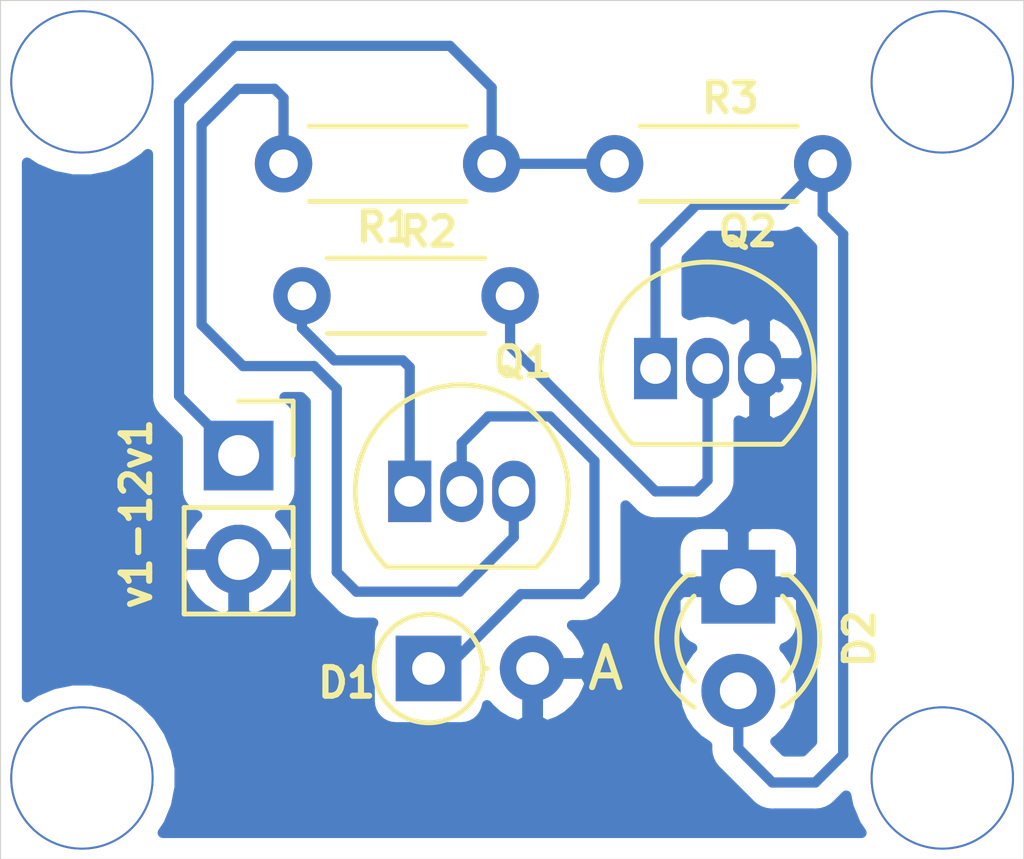
<source format=kicad_pcb>
(kicad_pcb (version 20171130) (host pcbnew "(5.1.12)-1")

  (general
    (thickness 1.6)
    (drawings 4)
    (tracks 56)
    (zones 0)
    (modules 8)
    (nets 8)
  )

  (page A4)
  (layers
    (0 F.Cu signal)
    (31 B.Cu signal)
    (32 B.Adhes user hide)
    (33 F.Adhes user hide)
    (34 B.Paste user hide)
    (35 F.Paste user hide)
    (36 B.SilkS user hide)
    (37 F.SilkS user)
    (38 B.Mask user)
    (39 F.Mask user hide)
    (40 Dwgs.User user hide)
    (41 Cmts.User user hide)
    (42 Eco1.User user)
    (43 Eco2.User user hide)
    (44 Edge.Cuts user hide)
    (45 Margin user hide)
    (46 B.CrtYd user hide)
    (47 F.CrtYd user hide)
    (48 B.Fab user hide)
    (49 F.Fab user)
  )

  (setup
    (last_trace_width 0.25)
    (trace_clearance 0.2)
    (zone_clearance 0.508)
    (zone_45_only no)
    (trace_min 0.2)
    (via_size 0.8)
    (via_drill 0.4)
    (via_min_size 0.4)
    (via_min_drill 0.3)
    (uvia_size 0.3)
    (uvia_drill 0.1)
    (uvias_allowed no)
    (uvia_min_size 0.2)
    (uvia_min_drill 0.1)
    (edge_width 0.05)
    (segment_width 0.2)
    (pcb_text_width 0.3)
    (pcb_text_size 1.5 1.5)
    (mod_edge_width 0.12)
    (mod_text_size 1 1)
    (mod_text_width 0.15)
    (pad_size 1.524 1.524)
    (pad_drill 0.762)
    (pad_to_mask_clearance 0)
    (aux_axis_origin 0 0)
    (visible_elements 7FFFFFFF)
    (pcbplotparams
      (layerselection 0x010fc_ffffffff)
      (usegerberextensions false)
      (usegerberattributes true)
      (usegerberadvancedattributes true)
      (creategerberjobfile true)
      (excludeedgelayer true)
      (linewidth 0.100000)
      (plotframeref false)
      (viasonmask false)
      (mode 1)
      (useauxorigin false)
      (hpglpennumber 1)
      (hpglpenspeed 20)
      (hpglpendiameter 15.000000)
      (psnegative false)
      (psa4output false)
      (plotreference true)
      (plotvalue true)
      (plotinvisibletext false)
      (padsonsilk false)
      (subtractmaskfromsilk false)
      (outputformat 1)
      (mirror false)
      (drillshape 0)
      (scaleselection 1)
      (outputdirectory "Gerber/"))
  )

  (net 0 "")
  (net 1 Earth)
  (net 2 "Net-(D1-Pad1)")
  (net 3 "Net-(D2-Pad2)")
  (net 4 "Net-(Q1-Pad1)")
  (net 5 "Net-(Q1-Pad3)")
  (net 6 "Net-(Q2-Pad2)")
  (net 7 "Net-(R1-Pad1)")

  (net_class Default "This is the default net class."
    (clearance 0.2)
    (trace_width 0.25)
    (via_dia 0.8)
    (via_drill 0.4)
    (uvia_dia 0.3)
    (uvia_drill 0.1)
    (add_net Earth)
    (add_net "Net-(D1-Pad1)")
    (add_net "Net-(D2-Pad2)")
    (add_net "Net-(Q1-Pad1)")
    (add_net "Net-(Q1-Pad3)")
    (add_net "Net-(Q2-Pad2)")
    (add_net "Net-(R1-Pad1)")
  )

  (module LED_THT:LED_D3.0mm (layer F.Cu) (tedit 587A3A7B) (tstamp 64DCFB52)
    (at 157.02 82.33 270)
    (descr "LED, diameter 3.0mm, 2 pins")
    (tags "LED diameter 3.0mm 2 pins")
    (path /64DD077A)
    (fp_text reference D2 (at 1.27 -2.96 90) (layer F.SilkS)
      (effects (font (size 0.7 0.7) (thickness 0.15)))
    )
    (fp_text value LED (at -2.425 0.1 90) (layer F.Fab)
      (effects (font (size 0.7 0.7) (thickness 0.15)))
    )
    (fp_line (start 3.7 -2.25) (end -1.15 -2.25) (layer F.CrtYd) (width 0.05))
    (fp_line (start 3.7 2.25) (end 3.7 -2.25) (layer F.CrtYd) (width 0.05))
    (fp_line (start -1.15 2.25) (end 3.7 2.25) (layer F.CrtYd) (width 0.05))
    (fp_line (start -1.15 -2.25) (end -1.15 2.25) (layer F.CrtYd) (width 0.05))
    (fp_line (start -0.29 1.08) (end -0.29 1.236) (layer F.SilkS) (width 0.12))
    (fp_line (start -0.29 -1.236) (end -0.29 -1.08) (layer F.SilkS) (width 0.12))
    (fp_line (start -0.23 -1.16619) (end -0.23 1.16619) (layer F.Fab) (width 0.1))
    (fp_circle (center 1.27 0) (end 2.77 0) (layer F.Fab) (width 0.1))
    (fp_arc (start 1.27 0) (end 0.229039 1.08) (angle -87.9) (layer F.SilkS) (width 0.12))
    (fp_arc (start 1.27 0) (end 0.229039 -1.08) (angle 87.9) (layer F.SilkS) (width 0.12))
    (fp_arc (start 1.27 0) (end -0.29 1.235516) (angle -108.8) (layer F.SilkS) (width 0.12))
    (fp_arc (start 1.27 0) (end -0.29 -1.235516) (angle 108.8) (layer F.SilkS) (width 0.12))
    (fp_arc (start 1.27 0) (end -0.23 -1.16619) (angle 284.3) (layer F.Fab) (width 0.1))
    (pad 2 thru_hole circle (at 2.54 0 270) (size 1.8 1.8) (drill 0.9) (layers *.Cu *.Mask)
      (net 3 "Net-(D2-Pad2)"))
    (pad 1 thru_hole rect (at 0 0 270) (size 1.8 1.8) (drill 0.9) (layers *.Cu *.Mask)
      (net 1 Earth))
    (model ${KISYS3DMOD}/LED_THT.3dshapes/LED_D3.0mm.wrl
      (at (xyz 0 0 0))
      (scale (xyz 1 1 1))
      (rotate (xyz 0 0 0))
    )
  )

  (module Connector_PinSocket_2.54mm:PinSocket_1x02_P2.54mm_Vertical (layer F.Cu) (tedit 5A19A420) (tstamp 64DCFBC5)
    (at 144.825001 79.125001)
    (descr "Through hole straight socket strip, 1x02, 2.54mm pitch, single row (from Kicad 4.0.7), script generated")
    (tags "Through hole socket strip THT 1x02 2.54mm single row")
    (path /64DD3EF0)
    (fp_text reference v1-12v1 (at -2.500001 1.424999 90) (layer F.SilkS)
      (effects (font (size 0.7 0.7) (thickness 0.15)))
    )
    (fp_text value Battery (at 0 5.31) (layer F.Fab)
      (effects (font (size 0.7 0.7) (thickness 0.15)))
    )
    (fp_line (start -1.8 4.3) (end -1.8 -1.8) (layer F.CrtYd) (width 0.05))
    (fp_line (start 1.75 4.3) (end -1.8 4.3) (layer F.CrtYd) (width 0.05))
    (fp_line (start 1.75 -1.8) (end 1.75 4.3) (layer F.CrtYd) (width 0.05))
    (fp_line (start -1.8 -1.8) (end 1.75 -1.8) (layer F.CrtYd) (width 0.05))
    (fp_line (start 0 -1.33) (end 1.33 -1.33) (layer F.SilkS) (width 0.12))
    (fp_line (start 1.33 -1.33) (end 1.33 0) (layer F.SilkS) (width 0.12))
    (fp_line (start 1.33 1.27) (end 1.33 3.87) (layer F.SilkS) (width 0.12))
    (fp_line (start -1.33 3.87) (end 1.33 3.87) (layer F.SilkS) (width 0.12))
    (fp_line (start -1.33 1.27) (end -1.33 3.87) (layer F.SilkS) (width 0.12))
    (fp_line (start -1.33 1.27) (end 1.33 1.27) (layer F.SilkS) (width 0.12))
    (fp_line (start -1.27 3.81) (end -1.27 -1.27) (layer F.Fab) (width 0.1))
    (fp_line (start 1.27 3.81) (end -1.27 3.81) (layer F.Fab) (width 0.1))
    (fp_line (start 1.27 -0.635) (end 1.27 3.81) (layer F.Fab) (width 0.1))
    (fp_line (start 0.635 -1.27) (end 1.27 -0.635) (layer F.Fab) (width 0.1))
    (fp_line (start -1.27 -1.27) (end 0.635 -1.27) (layer F.Fab) (width 0.1))
    (fp_text user %R (at -0.275001 1.174999 90) (layer F.Fab)
      (effects (font (size 0.7 0.7) (thickness 0.15)))
    )
    (pad 2 thru_hole oval (at 0 2.54) (size 1.7 1.7) (drill 1) (layers *.Cu *.Mask)
      (net 1 Earth))
    (pad 1 thru_hole rect (at 0 0) (size 1.7 1.7) (drill 1) (layers *.Cu *.Mask)
      (net 7 "Net-(R1-Pad1)"))
    (model ${KISYS3DMOD}/Connector_PinSocket_2.54mm.3dshapes/PinSocket_1x02_P2.54mm_Vertical.wrl
      (at (xyz 0 0 0))
      (scale (xyz 1 1 1))
      (rotate (xyz 0 0 0))
    )
  )

  (module Resistor_THT:R_Axial_DIN0204_L3.6mm_D1.6mm_P5.08mm_Horizontal (layer F.Cu) (tedit 5AE5139B) (tstamp 64DCFBAF)
    (at 154 72)
    (descr "Resistor, Axial_DIN0204 series, Axial, Horizontal, pin pitch=5.08mm, 0.167W, length*diameter=3.6*1.6mm^2, http://cdn-reichelt.de/documents/datenblatt/B400/1_4W%23YAG.pdf")
    (tags "Resistor Axial_DIN0204 series Axial Horizontal pin pitch 5.08mm 0.167W length 3.6mm diameter 1.6mm")
    (path /64DCFE69)
    (fp_text reference R3 (at 2.825 -1.6) (layer F.SilkS)
      (effects (font (size 0.7 0.7) (thickness 0.15)))
    )
    (fp_text value 1K2 (at 2.75 1.625) (layer F.Fab)
      (effects (font (size 0.7 0.7) (thickness 0.15)))
    )
    (fp_line (start 6.03 -1.05) (end -0.95 -1.05) (layer F.CrtYd) (width 0.05))
    (fp_line (start 6.03 1.05) (end 6.03 -1.05) (layer F.CrtYd) (width 0.05))
    (fp_line (start -0.95 1.05) (end 6.03 1.05) (layer F.CrtYd) (width 0.05))
    (fp_line (start -0.95 -1.05) (end -0.95 1.05) (layer F.CrtYd) (width 0.05))
    (fp_line (start 0.62 0.92) (end 4.46 0.92) (layer F.SilkS) (width 0.12))
    (fp_line (start 0.62 -0.92) (end 4.46 -0.92) (layer F.SilkS) (width 0.12))
    (fp_line (start 5.08 0) (end 4.34 0) (layer F.Fab) (width 0.1))
    (fp_line (start 0 0) (end 0.74 0) (layer F.Fab) (width 0.1))
    (fp_line (start 4.34 -0.8) (end 0.74 -0.8) (layer F.Fab) (width 0.1))
    (fp_line (start 4.34 0.8) (end 4.34 -0.8) (layer F.Fab) (width 0.1))
    (fp_line (start 0.74 0.8) (end 4.34 0.8) (layer F.Fab) (width 0.1))
    (fp_line (start 0.74 -0.8) (end 0.74 0.8) (layer F.Fab) (width 0.1))
    (fp_text user %R (at 2.54 0) (layer F.Fab)
      (effects (font (size 0.72 0.72) (thickness 0.108)))
    )
    (pad 2 thru_hole oval (at 5.08 0) (size 1.4 1.4) (drill 0.7) (layers *.Cu *.Mask)
      (net 3 "Net-(D2-Pad2)"))
    (pad 1 thru_hole circle (at 0 0) (size 1.4 1.4) (drill 0.7) (layers *.Cu *.Mask)
      (net 7 "Net-(R1-Pad1)"))
    (model ${KISYS3DMOD}/Resistor_THT.3dshapes/R_Axial_DIN0204_L3.6mm_D1.6mm_P5.08mm_Horizontal.wrl
      (at (xyz 0 0 0))
      (scale (xyz 1 1 1))
      (rotate (xyz 0 0 0))
    )
  )

  (module Resistor_THT:R_Axial_DIN0204_L3.6mm_D1.6mm_P5.08mm_Horizontal (layer F.Cu) (tedit 5AE5139B) (tstamp 64DCFB9C)
    (at 146.37 75.225001)
    (descr "Resistor, Axial_DIN0204 series, Axial, Horizontal, pin pitch=5.08mm, 0.167W, length*diameter=3.6*1.6mm^2, http://cdn-reichelt.de/documents/datenblatt/B400/1_4W%23YAG.pdf")
    (tags "Resistor Axial_DIN0204 series Axial Horizontal pin pitch 5.08mm 0.167W length 3.6mm diameter 1.6mm")
    (path /64DCEB31)
    (fp_text reference R2 (at 3.09 -1.565001) (layer F.SilkS)
      (effects (font (size 0.7 0.7) (thickness 0.15)))
    )
    (fp_text value 1K1 (at 2.649999 1.549999) (layer F.Fab)
      (effects (font (size 0.7 0.7) (thickness 0.15)))
    )
    (fp_line (start 6.03 -1.05) (end -0.95 -1.05) (layer F.CrtYd) (width 0.05))
    (fp_line (start 6.03 1.05) (end 6.03 -1.05) (layer F.CrtYd) (width 0.05))
    (fp_line (start -0.95 1.05) (end 6.03 1.05) (layer F.CrtYd) (width 0.05))
    (fp_line (start -0.95 -1.05) (end -0.95 1.05) (layer F.CrtYd) (width 0.05))
    (fp_line (start 0.62 0.92) (end 4.46 0.92) (layer F.SilkS) (width 0.12))
    (fp_line (start 0.62 -0.92) (end 4.46 -0.92) (layer F.SilkS) (width 0.12))
    (fp_line (start 5.08 0) (end 4.34 0) (layer F.Fab) (width 0.1))
    (fp_line (start 0 0) (end 0.74 0) (layer F.Fab) (width 0.1))
    (fp_line (start 4.34 -0.8) (end 0.74 -0.8) (layer F.Fab) (width 0.1))
    (fp_line (start 4.34 0.8) (end 4.34 -0.8) (layer F.Fab) (width 0.1))
    (fp_line (start 0.74 0.8) (end 4.34 0.8) (layer F.Fab) (width 0.1))
    (fp_line (start 0.74 -0.8) (end 0.74 0.8) (layer F.Fab) (width 0.1))
    (fp_text user %R (at 2.54 0) (layer F.Fab)
      (effects (font (size 0.72 0.72) (thickness 0.108)))
    )
    (pad 2 thru_hole oval (at 5.08 0) (size 1.4 1.4) (drill 0.7) (layers *.Cu *.Mask)
      (net 6 "Net-(Q2-Pad2)"))
    (pad 1 thru_hole circle (at 0 0) (size 1.4 1.4) (drill 0.7) (layers *.Cu *.Mask)
      (net 4 "Net-(Q1-Pad1)"))
    (model ${KISYS3DMOD}/Resistor_THT.3dshapes/R_Axial_DIN0204_L3.6mm_D1.6mm_P5.08mm_Horizontal.wrl
      (at (xyz 0 0 0))
      (scale (xyz 1 1 1))
      (rotate (xyz 0 0 0))
    )
  )

  (module Resistor_THT:R_Axial_DIN0204_L3.6mm_D1.6mm_P5.08mm_Horizontal (layer F.Cu) (tedit 5AE5139B) (tstamp 64DCFB89)
    (at 151 72 180)
    (descr "Resistor, Axial_DIN0204 series, Axial, Horizontal, pin pitch=5.08mm, 0.167W, length*diameter=3.6*1.6mm^2, http://cdn-reichelt.de/documents/datenblatt/B400/1_4W%23YAG.pdf")
    (tags "Resistor Axial_DIN0204 series Axial Horizontal pin pitch 5.08mm 0.167W length 3.6mm diameter 1.6mm")
    (path /64DCF884)
    (fp_text reference R1 (at 2.6 -1.549999) (layer F.SilkS)
      (effects (font (size 0.7 0.7) (thickness 0.15)))
    )
    (fp_text value 10K1 (at 2.475 1.550001) (layer F.Fab)
      (effects (font (size 0.7 0.7) (thickness 0.15)))
    )
    (fp_line (start 6.03 -1.05) (end -0.95 -1.05) (layer F.CrtYd) (width 0.05))
    (fp_line (start 6.03 1.05) (end 6.03 -1.05) (layer F.CrtYd) (width 0.05))
    (fp_line (start -0.95 1.05) (end 6.03 1.05) (layer F.CrtYd) (width 0.05))
    (fp_line (start -0.95 -1.05) (end -0.95 1.05) (layer F.CrtYd) (width 0.05))
    (fp_line (start 0.62 0.92) (end 4.46 0.92) (layer F.SilkS) (width 0.12))
    (fp_line (start 0.62 -0.92) (end 4.46 -0.92) (layer F.SilkS) (width 0.12))
    (fp_line (start 5.08 0) (end 4.34 0) (layer F.Fab) (width 0.1))
    (fp_line (start 0 0) (end 0.74 0) (layer F.Fab) (width 0.1))
    (fp_line (start 4.34 -0.8) (end 0.74 -0.8) (layer F.Fab) (width 0.1))
    (fp_line (start 4.34 0.8) (end 4.34 -0.8) (layer F.Fab) (width 0.1))
    (fp_line (start 0.74 0.8) (end 4.34 0.8) (layer F.Fab) (width 0.1))
    (fp_line (start 0.74 -0.8) (end 0.74 0.8) (layer F.Fab) (width 0.1))
    (fp_text user %R (at 2.54 0) (layer F.Fab)
      (effects (font (size 0.72 0.72) (thickness 0.108)))
    )
    (pad 2 thru_hole oval (at 5.08 0 180) (size 1.4 1.4) (drill 0.7) (layers *.Cu *.Mask)
      (net 5 "Net-(Q1-Pad3)"))
    (pad 1 thru_hole circle (at 0 0 180) (size 1.4 1.4) (drill 0.7) (layers *.Cu *.Mask)
      (net 7 "Net-(R1-Pad1)"))
    (model ${KISYS3DMOD}/Resistor_THT.3dshapes/R_Axial_DIN0204_L3.6mm_D1.6mm_P5.08mm_Horizontal.wrl
      (at (xyz 0 0 0))
      (scale (xyz 1 1 1))
      (rotate (xyz 0 0 0))
    )
  )

  (module Package_TO_SOT_THT:TO-92_Inline (layer F.Cu) (tedit 5A1DD157) (tstamp 64DCFB76)
    (at 155 77)
    (descr "TO-92 leads in-line, narrow, oval pads, drill 0.75mm (see NXP sot054_po.pdf)")
    (tags "to-92 sc-43 sc-43a sot54 PA33 transistor")
    (path /64DD21E4)
    (fp_text reference Q2 (at 2.25 -3.35) (layer F.SilkS)
      (effects (font (size 0.7 0.7) (thickness 0.15)))
    )
    (fp_text value BC547 (at 1.27 2.79) (layer F.Fab)
      (effects (font (size 0.7 0.7) (thickness 0.15)))
    )
    (fp_line (start 4 2.01) (end -1.46 2.01) (layer F.CrtYd) (width 0.05))
    (fp_line (start 4 2.01) (end 4 -2.73) (layer F.CrtYd) (width 0.05))
    (fp_line (start -1.46 -2.73) (end -1.46 2.01) (layer F.CrtYd) (width 0.05))
    (fp_line (start -1.46 -2.73) (end 4 -2.73) (layer F.CrtYd) (width 0.05))
    (fp_line (start -0.5 1.75) (end 3 1.75) (layer F.Fab) (width 0.1))
    (fp_line (start -0.53 1.85) (end 3.07 1.85) (layer F.SilkS) (width 0.12))
    (fp_arc (start 1.27 0) (end 1.27 -2.6) (angle 135) (layer F.SilkS) (width 0.12))
    (fp_arc (start 1.27 0) (end 1.27 -2.48) (angle -135) (layer F.Fab) (width 0.1))
    (fp_arc (start 1.27 0) (end 1.27 -2.6) (angle -135) (layer F.SilkS) (width 0.12))
    (fp_arc (start 1.27 0) (end 1.27 -2.48) (angle 135) (layer F.Fab) (width 0.1))
    (fp_text user %R (at 1.27 0) (layer F.Fab)
      (effects (font (size 1 1) (thickness 0.15)))
    )
    (pad 1 thru_hole rect (at 0 0) (size 1.05 1.5) (drill 0.75) (layers *.Cu *.Mask)
      (net 3 "Net-(D2-Pad2)"))
    (pad 3 thru_hole oval (at 2.54 0) (size 1.05 1.5) (drill 0.75) (layers *.Cu *.Mask)
      (net 1 Earth))
    (pad 2 thru_hole oval (at 1.27 0) (size 1.05 1.5) (drill 0.75) (layers *.Cu *.Mask)
      (net 6 "Net-(Q2-Pad2)"))
    (model ${KISYS3DMOD}/Package_TO_SOT_THT.3dshapes/TO-92_Inline.wrl
      (at (xyz 0 0 0))
      (scale (xyz 1 1 1))
      (rotate (xyz 0 0 0))
    )
  )

  (module Package_TO_SOT_THT:TO-92_Inline (layer F.Cu) (tedit 5A1DD157) (tstamp 64DCFB64)
    (at 149 80)
    (descr "TO-92 leads in-line, narrow, oval pads, drill 0.75mm (see NXP sot054_po.pdf)")
    (tags "to-92 sc-43 sc-43a sot54 PA33 transistor")
    (path /64DD13BF)
    (fp_text reference Q1 (at 2.76 -3.16) (layer F.SilkS)
      (effects (font (size 0.7 0.7) (thickness 0.15)))
    )
    (fp_text value BC558 (at 1.325 2.625) (layer F.Fab)
      (effects (font (size 0.7 0.7) (thickness 0.15)))
    )
    (fp_line (start 4 2.01) (end -1.46 2.01) (layer F.CrtYd) (width 0.05))
    (fp_line (start 4 2.01) (end 4 -2.73) (layer F.CrtYd) (width 0.05))
    (fp_line (start -1.46 -2.73) (end -1.46 2.01) (layer F.CrtYd) (width 0.05))
    (fp_line (start -1.46 -2.73) (end 4 -2.73) (layer F.CrtYd) (width 0.05))
    (fp_line (start -0.5 1.75) (end 3 1.75) (layer F.Fab) (width 0.1))
    (fp_line (start -0.53 1.85) (end 3.07 1.85) (layer F.SilkS) (width 0.12))
    (fp_arc (start 1.27 0) (end 1.27 -2.6) (angle 135) (layer F.SilkS) (width 0.12))
    (fp_arc (start 1.27 0) (end 1.27 -2.48) (angle -135) (layer F.Fab) (width 0.1))
    (fp_arc (start 1.27 0) (end 1.27 -2.6) (angle -135) (layer F.SilkS) (width 0.12))
    (fp_arc (start 1.27 0) (end 1.27 -2.48) (angle 135) (layer F.Fab) (width 0.1))
    (fp_text user %R (at 1.27 0) (layer F.Fab)
      (effects (font (size 1 1) (thickness 0.15)))
    )
    (pad 1 thru_hole rect (at 0 0) (size 1.05 1.5) (drill 0.75) (layers *.Cu *.Mask)
      (net 4 "Net-(Q1-Pad1)"))
    (pad 3 thru_hole oval (at 2.54 0) (size 1.05 1.5) (drill 0.75) (layers *.Cu *.Mask)
      (net 5 "Net-(Q1-Pad3)"))
    (pad 2 thru_hole oval (at 1.27 0) (size 1.05 1.5) (drill 0.75) (layers *.Cu *.Mask)
      (net 2 "Net-(D1-Pad1)"))
    (model ${KISYS3DMOD}/Package_TO_SOT_THT.3dshapes/TO-92_Inline.wrl
      (at (xyz 0 0 0))
      (scale (xyz 1 1 1))
      (rotate (xyz 0 0 0))
    )
  )

  (module Diode_THT:D_DO-35_SOD27_P2.54mm_Vertical_AnodeUp (layer F.Cu) (tedit 5AE50CD5) (tstamp 64DCFB3F)
    (at 149.46 84.325)
    (descr "Diode, DO-35_SOD27 series, Axial, Vertical, pin pitch=2.54mm, , length*diameter=4*2mm^2, , http://www.diodes.com/_files/packages/DO-35.pdf")
    (tags "Diode DO-35_SOD27 series Axial Vertical pin pitch 2.54mm  length 4mm diameter 2mm")
    (path /64DD0079)
    (fp_text reference D1 (at -2 0.35) (layer F.SilkS)
      (effects (font (size 0.7 0.7) (thickness 0.15)))
    )
    (fp_text value D_Zener (at 1.325 1.9) (layer F.Fab)
      (effects (font (size 0.7 0.7) (thickness 0.15)))
    )
    (fp_line (start 3.59 -1.25) (end -1.25 -1.25) (layer F.CrtYd) (width 0.05))
    (fp_line (start 3.59 1.25) (end 3.59 -1.25) (layer F.CrtYd) (width 0.05))
    (fp_line (start -1.25 1.25) (end 3.59 1.25) (layer F.CrtYd) (width 0.05))
    (fp_line (start -1.25 -1.25) (end -1.25 1.25) (layer F.CrtYd) (width 0.05))
    (fp_line (start 1.326371 0) (end 1.44 0) (layer F.SilkS) (width 0.12))
    (fp_line (start 0 0) (end 2.54 0) (layer F.Fab) (width 0.1))
    (fp_circle (center 0 0) (end 1.326371 0) (layer F.SilkS) (width 0.12))
    (fp_circle (center 0 0) (end 1 0) (layer F.Fab) (width 0.1))
    (fp_text user A (at 4.325 0) (layer F.SilkS)
      (effects (font (size 1 1) (thickness 0.15)))
    )
    (fp_text user A (at 4.34 0) (layer F.Fab)
      (effects (font (size 1 1) (thickness 0.15)))
    )
    (fp_text user %R (at 1.45 -0.05) (layer F.Fab)
      (effects (font (size 0.7 0.7) (thickness 0.15)))
    )
    (pad 2 thru_hole oval (at 2.54 0) (size 1.6 1.6) (drill 0.8) (layers *.Cu *.Mask)
      (net 1 Earth))
    (pad 1 thru_hole rect (at 0 0) (size 1.6 1.6) (drill 0.8) (layers *.Cu *.Mask)
      (net 2 "Net-(D1-Pad1)"))
    (model ${KISYS3DMOD}/Diode_THT.3dshapes/D_DO-35_SOD27_P2.54mm_Vertical_AnodeUp.wrl
      (at (xyz 0 0 0))
      (scale (xyz 1 1 1))
      (rotate (xyz 0 0 0))
    )
  )

  (gr_line (start 139 89) (end 139 68) (layer Edge.Cuts) (width 0.05) (tstamp 64DD08D0))
  (gr_line (start 164 89) (end 139 89) (layer Edge.Cuts) (width 0.05))
  (gr_line (start 164 68) (end 164 89) (layer Edge.Cuts) (width 0.05))
  (gr_line (start 139 68) (end 164 68) (layer Edge.Cuts) (width 0.05))

  (via (at 141 70) (size 3.5) (drill 3.4) (layers F.Cu B.Cu) (net 0))
  (via (at 162 70) (size 3.5) (drill 3.4) (layers F.Cu B.Cu) (net 0) (tstamp 64DD0929))
  (via (at 141 87) (size 3.5) (drill 3.4) (layers F.Cu B.Cu) (net 0) (tstamp 64DD0929))
  (via (at 162 87) (size 3.5) (drill 3.4) (layers F.Cu B.Cu) (net 0) (tstamp 64DD0929))
  (segment (start 158 77.46) (end 157.54 77) (width 0.25) (layer B.Cu) (net 1))
  (segment (start 149.46 84.325) (end 149.895 84.325) (width 0.25) (layer B.Cu) (net 2))
  (segment (start 149.895 84.325) (end 151.71 82.51) (width 0.25) (layer B.Cu) (net 2))
  (segment (start 151.71 82.51) (end 153.19 82.51) (width 0.25) (layer B.Cu) (net 2))
  (segment (start 153.19 82.51) (end 153.51 82.19) (width 0.25) (layer B.Cu) (net 2))
  (segment (start 153.51 82.19) (end 153.51 79.26) (width 0.25) (layer B.Cu) (net 2))
  (segment (start 153.51 79.26) (end 152.42 78.17) (width 0.25) (layer B.Cu) (net 2))
  (segment (start 152.42 78.17) (end 150.92 78.17) (width 0.25) (layer B.Cu) (net 2))
  (segment (start 150.27 78.82) (end 150.27 80) (width 0.25) (layer B.Cu) (net 2))
  (segment (start 150.92 78.17) (end 150.27 78.82) (width 0.25) (layer B.Cu) (net 2))
  (segment (start 158.08 73) (end 159.08 72) (width 0.25) (layer B.Cu) (net 3))
  (segment (start 156 73) (end 158.08 73) (width 0.25) (layer B.Cu) (net 3))
  (segment (start 155 74) (end 156 73) (width 0.25) (layer B.Cu) (net 3))
  (segment (start 155 77) (end 155 74) (width 0.25) (layer B.Cu) (net 3))
  (segment (start 157.02 84.87) (end 157.02 86.28) (width 0.25) (layer B.Cu) (net 3))
  (segment (start 157.02 86.28) (end 157.85 87.11) (width 0.25) (layer B.Cu) (net 3))
  (segment (start 157.85 87.11) (end 158.9 87.11) (width 0.25) (layer B.Cu) (net 3))
  (segment (start 158.9 87.11) (end 159.58 86.43) (width 0.25) (layer B.Cu) (net 3))
  (segment (start 159.58 86.43) (end 159.58 73.72) (width 0.25) (layer B.Cu) (net 3))
  (segment (start 159.08 73.22) (end 159.08 72) (width 0.25) (layer B.Cu) (net 3))
  (segment (start 159.58 73.72) (end 159.08 73.22) (width 0.25) (layer B.Cu) (net 3))
  (segment (start 146.37 75.225001) (end 146.37 76.01) (width 0.25) (layer B.Cu) (net 4))
  (segment (start 146.37 76.01) (end 147.16 76.8) (width 0.25) (layer B.Cu) (net 4))
  (segment (start 147.16 76.8) (end 148.83 76.8) (width 0.25) (layer B.Cu) (net 4))
  (segment (start 149 76.97) (end 149 80) (width 0.25) (layer B.Cu) (net 4))
  (segment (start 148.83 76.8) (end 149 76.97) (width 0.25) (layer B.Cu) (net 4))
  (segment (start 145.92 70.39) (end 145.92 72) (width 0.25) (layer B.Cu) (net 5))
  (segment (start 145.7 70.17) (end 145.92 70.39) (width 0.25) (layer B.Cu) (net 5))
  (segment (start 144.8 70.17) (end 145.7 70.17) (width 0.25) (layer B.Cu) (net 5))
  (segment (start 143.92 71.05) (end 144.8 70.17) (width 0.25) (layer B.Cu) (net 5))
  (segment (start 143.92 75.93) (end 143.92 71.05) (width 0.25) (layer B.Cu) (net 5))
  (segment (start 144.93 76.94) (end 143.92 75.93) (width 0.25) (layer B.Cu) (net 5))
  (segment (start 146.66359 76.94) (end 144.93 76.94) (width 0.25) (layer B.Cu) (net 5))
  (segment (start 147.22 77.49641) (end 146.66359 76.94) (width 0.25) (layer B.Cu) (net 5))
  (segment (start 147.22 81.97) (end 147.22 77.49641) (width 0.25) (layer B.Cu) (net 5))
  (segment (start 147.7 82.45) (end 147.22 81.97) (width 0.25) (layer B.Cu) (net 5))
  (segment (start 150.21 82.45) (end 147.7 82.45) (width 0.25) (layer B.Cu) (net 5))
  (segment (start 151.54 81.12) (end 150.21 82.45) (width 0.25) (layer B.Cu) (net 5))
  (segment (start 151.54 80) (end 151.54 81.12) (width 0.25) (layer B.Cu) (net 5))
  (segment (start 156.27 76.409998) (end 156.27 77) (width 0.25) (layer B.Cu) (net 6))
  (segment (start 156 80) (end 156.27 79.73) (width 0.25) (layer B.Cu) (net 6))
  (segment (start 155 80) (end 156 80) (width 0.25) (layer B.Cu) (net 6))
  (segment (start 151.45 76.45) (end 155 80) (width 0.25) (layer B.Cu) (net 6))
  (segment (start 156.27 79.73) (end 156.27 77) (width 0.25) (layer B.Cu) (net 6))
  (segment (start 151.45 75.225001) (end 151.45 76.45) (width 0.25) (layer B.Cu) (net 6))
  (segment (start 151 72) (end 151 70.14) (width 0.25) (layer B.Cu) (net 7))
  (segment (start 151 70.14) (end 149.98 69.12) (width 0.25) (layer B.Cu) (net 7))
  (segment (start 149.98 69.12) (end 144.74 69.12) (width 0.25) (layer B.Cu) (net 7))
  (segment (start 144.74 69.12) (end 143.37 70.49) (width 0.25) (layer B.Cu) (net 7))
  (segment (start 143.37 77.67) (end 144.825001 79.125001) (width 0.25) (layer B.Cu) (net 7))
  (segment (start 143.37 70.49) (end 143.37 77.67) (width 0.25) (layer B.Cu) (net 7))
  (segment (start 151 72) (end 154 72) (width 0.25) (layer B.Cu) (net 7))

  (zone (net 1) (net_name Earth) (layer B.Cu) (tstamp 64DDB622) (hatch edge 0.508)
    (connect_pads (clearance 0.508))
    (min_thickness 0.254)
    (fill yes (arc_segments 32) (thermal_gap 0.508) (thermal_bridge_width 0.508))
    (polygon
      (pts
        (xy 164 89) (xy 139 89) (xy 139 68) (xy 164 68)
      )
    )
    (filled_polygon
      (pts
        (xy 142.610001 77.632668) (xy 142.606324 77.67) (xy 142.610001 77.707333) (xy 142.615551 77.763677) (xy 142.620998 77.818985)
        (xy 142.664454 77.962246) (xy 142.735026 78.094276) (xy 142.781184 78.150519) (xy 142.83 78.210001) (xy 142.858998 78.233799)
        (xy 143.336929 78.71173) (xy 143.336929 79.975001) (xy 143.349189 80.099483) (xy 143.385499 80.219181) (xy 143.444464 80.329495)
        (xy 143.523816 80.426186) (xy 143.620507 80.505538) (xy 143.730821 80.564503) (xy 143.811467 80.588967) (xy 143.727413 80.664732)
        (xy 143.55336 80.898081) (xy 143.428176 81.160902) (xy 143.383525 81.308111) (xy 143.504846 81.538001) (xy 144.698001 81.538001)
        (xy 144.698001 81.518001) (xy 144.952001 81.518001) (xy 144.952001 81.538001) (xy 146.145156 81.538001) (xy 146.266477 81.308111)
        (xy 146.221826 81.160902) (xy 146.096642 80.898081) (xy 145.922589 80.664732) (xy 145.838535 80.588967) (xy 145.919181 80.564503)
        (xy 146.029495 80.505538) (xy 146.126186 80.426186) (xy 146.205538 80.329495) (xy 146.264503 80.219181) (xy 146.300813 80.099483)
        (xy 146.313073 79.975001) (xy 146.313073 78.275001) (xy 146.300813 78.150519) (xy 146.264503 78.030821) (xy 146.205538 77.920507)
        (xy 146.126186 77.823816) (xy 146.029495 77.744464) (xy 145.94631 77.7) (xy 146.348789 77.7) (xy 146.460001 77.811213)
        (xy 146.46 81.932677) (xy 146.456324 81.97) (xy 146.46 82.007322) (xy 146.46 82.007332) (xy 146.470997 82.118985)
        (xy 146.514454 82.262246) (xy 146.585026 82.394276) (xy 146.615921 82.431921) (xy 146.679999 82.510001) (xy 146.709003 82.533804)
        (xy 147.136196 82.960997) (xy 147.159999 82.990001) (xy 147.262107 83.073799) (xy 147.275724 83.084974) (xy 147.407753 83.155546)
        (xy 147.551014 83.199003) (xy 147.7 83.213677) (xy 147.737333 83.21) (xy 148.108353 83.21) (xy 148.070498 83.28082)
        (xy 148.034188 83.400518) (xy 148.021928 83.525) (xy 148.021928 85.125) (xy 148.034188 85.249482) (xy 148.070498 85.36918)
        (xy 148.129463 85.479494) (xy 148.208815 85.576185) (xy 148.305506 85.655537) (xy 148.41582 85.714502) (xy 148.535518 85.750812)
        (xy 148.66 85.763072) (xy 150.26 85.763072) (xy 150.384482 85.750812) (xy 150.50418 85.714502) (xy 150.614494 85.655537)
        (xy 150.711185 85.576185) (xy 150.790537 85.479494) (xy 150.849502 85.36918) (xy 150.885812 85.249482) (xy 150.88837 85.223509)
        (xy 150.936481 85.288414) (xy 151.144869 85.477385) (xy 151.386119 85.62207) (xy 151.65096 85.716909) (xy 151.873 85.595624)
        (xy 151.873 84.452) (xy 152.127 84.452) (xy 152.127 85.595624) (xy 152.34904 85.716909) (xy 152.613881 85.62207)
        (xy 152.855131 85.477385) (xy 153.063519 85.288414) (xy 153.231037 85.06242) (xy 153.351246 84.808087) (xy 153.391904 84.674039)
        (xy 153.269915 84.452) (xy 152.127 84.452) (xy 151.873 84.452) (xy 151.853 84.452) (xy 151.853 84.198)
        (xy 151.873 84.198) (xy 151.873 84.178) (xy 152.127 84.178) (xy 152.127 84.198) (xy 153.269915 84.198)
        (xy 153.391904 83.975961) (xy 153.351246 83.841913) (xy 153.231037 83.58758) (xy 153.063519 83.361586) (xy 152.962522 83.27)
        (xy 153.152678 83.27) (xy 153.19 83.273676) (xy 153.227322 83.27) (xy 153.227333 83.27) (xy 153.338986 83.259003)
        (xy 153.482247 83.215546) (xy 153.614276 83.144974) (xy 153.730001 83.050001) (xy 153.753804 83.020997) (xy 154.020998 82.753803)
        (xy 154.050001 82.730001) (xy 154.144974 82.614276) (xy 154.215546 82.482247) (xy 154.259003 82.338986) (xy 154.27 82.227333)
        (xy 154.27 82.227324) (xy 154.273676 82.190001) (xy 154.27 82.152678) (xy 154.27 81.43) (xy 155.481928 81.43)
        (xy 155.485 82.04425) (xy 155.64375 82.203) (xy 156.893 82.203) (xy 156.893 80.95375) (xy 157.147 80.95375)
        (xy 157.147 82.203) (xy 158.39625 82.203) (xy 158.555 82.04425) (xy 158.558072 81.43) (xy 158.545812 81.305518)
        (xy 158.509502 81.18582) (xy 158.450537 81.075506) (xy 158.371185 80.978815) (xy 158.274494 80.899463) (xy 158.16418 80.840498)
        (xy 158.044482 80.804188) (xy 157.92 80.791928) (xy 157.30575 80.795) (xy 157.147 80.95375) (xy 156.893 80.95375)
        (xy 156.73425 80.795) (xy 156.12 80.791928) (xy 155.995518 80.804188) (xy 155.87582 80.840498) (xy 155.765506 80.899463)
        (xy 155.668815 80.978815) (xy 155.589463 81.075506) (xy 155.530498 81.18582) (xy 155.494188 81.305518) (xy 155.481928 81.43)
        (xy 154.27 81.43) (xy 154.27 80.344802) (xy 154.436201 80.511003) (xy 154.459999 80.540001) (xy 154.488997 80.563799)
        (xy 154.575723 80.634974) (xy 154.707753 80.705546) (xy 154.851014 80.749003) (xy 154.962667 80.76) (xy 154.962676 80.76)
        (xy 154.999999 80.763676) (xy 155.037322 80.76) (xy 155.962678 80.76) (xy 156 80.763676) (xy 156.037322 80.76)
        (xy 156.037333 80.76) (xy 156.148986 80.749003) (xy 156.292247 80.705546) (xy 156.424276 80.634974) (xy 156.540001 80.540001)
        (xy 156.563804 80.510997) (xy 156.780998 80.293803) (xy 156.810001 80.270001) (xy 156.904974 80.154276) (xy 156.975546 80.022247)
        (xy 157.019003 79.878986) (xy 157.03 79.767333) (xy 157.03 79.767325) (xy 157.033676 79.73) (xy 157.03 79.692675)
        (xy 157.03 78.271958) (xy 157.172663 78.335272) (xy 157.23419 78.343964) (xy 157.413 78.218163) (xy 157.413 77.453108)
        (xy 157.413215 77.452399) (xy 157.43 77.281978) (xy 157.43 77.127) (xy 157.667 77.127) (xy 157.667 78.218163)
        (xy 157.84581 78.343964) (xy 157.907337 78.335272) (xy 158.116882 78.242275) (xy 158.304258 78.110184) (xy 158.462264 77.944076)
        (xy 158.584828 77.750334) (xy 158.667239 77.536404) (xy 158.706331 77.310507) (xy 158.546598 77.127) (xy 157.667 77.127)
        (xy 157.43 77.127) (xy 157.43 76.718021) (xy 157.413215 76.5476) (xy 157.413 76.546891) (xy 157.413 75.781837)
        (xy 157.667 75.781837) (xy 157.667 76.873) (xy 158.546598 76.873) (xy 158.706331 76.689493) (xy 158.667239 76.463596)
        (xy 158.584828 76.249666) (xy 158.462264 76.055924) (xy 158.304258 75.889816) (xy 158.116882 75.757725) (xy 157.907337 75.664728)
        (xy 157.84581 75.656036) (xy 157.667 75.781837) (xy 157.413 75.781837) (xy 157.23419 75.656036) (xy 157.172663 75.664728)
        (xy 156.963118 75.757725) (xy 156.904669 75.798929) (xy 156.716059 75.698115) (xy 156.497399 75.631785) (xy 156.27 75.609388)
        (xy 156.0426 75.631785) (xy 155.833902 75.695093) (xy 155.76918 75.660498) (xy 155.76 75.657713) (xy 155.76 74.314801)
        (xy 156.314802 73.76) (xy 158.042678 73.76) (xy 158.08 73.763676) (xy 158.117322 73.76) (xy 158.117333 73.76)
        (xy 158.228986 73.749003) (xy 158.372247 73.705546) (xy 158.457786 73.659824) (xy 158.476533 73.682667) (xy 158.539999 73.760001)
        (xy 158.569003 73.783804) (xy 158.820001 74.034802) (xy 158.82 86.115198) (xy 158.585199 86.35) (xy 158.164802 86.35)
        (xy 157.925736 86.110935) (xy 157.998505 86.062312) (xy 158.212312 85.848505) (xy 158.380299 85.597095) (xy 158.496011 85.317743)
        (xy 158.555 85.021184) (xy 158.555 84.718816) (xy 158.496011 84.422257) (xy 158.380299 84.142905) (xy 158.212312 83.891495)
        (xy 158.145873 83.825056) (xy 158.16418 83.819502) (xy 158.274494 83.760537) (xy 158.371185 83.681185) (xy 158.450537 83.584494)
        (xy 158.509502 83.47418) (xy 158.545812 83.354482) (xy 158.558072 83.23) (xy 158.555 82.61575) (xy 158.39625 82.457)
        (xy 157.147 82.457) (xy 157.147 82.477) (xy 156.893 82.477) (xy 156.893 82.457) (xy 155.64375 82.457)
        (xy 155.485 82.61575) (xy 155.481928 83.23) (xy 155.494188 83.354482) (xy 155.530498 83.47418) (xy 155.589463 83.584494)
        (xy 155.668815 83.681185) (xy 155.765506 83.760537) (xy 155.87582 83.819502) (xy 155.894127 83.825056) (xy 155.827688 83.891495)
        (xy 155.659701 84.142905) (xy 155.543989 84.422257) (xy 155.485 84.718816) (xy 155.485 85.021184) (xy 155.543989 85.317743)
        (xy 155.659701 85.597095) (xy 155.827688 85.848505) (xy 156.041495 86.062312) (xy 156.260001 86.208313) (xy 156.260001 86.242668)
        (xy 156.256324 86.28) (xy 156.260001 86.317333) (xy 156.263219 86.35) (xy 156.270998 86.428985) (xy 156.314454 86.572246)
        (xy 156.385026 86.704276) (xy 156.399775 86.722247) (xy 156.48 86.820001) (xy 156.508998 86.843799) (xy 157.286201 87.621002)
        (xy 157.309999 87.650001) (xy 157.425724 87.744974) (xy 157.557753 87.815546) (xy 157.701014 87.859003) (xy 157.812667 87.87)
        (xy 157.812676 87.87) (xy 157.849999 87.873676) (xy 157.887322 87.87) (xy 158.862678 87.87) (xy 158.9 87.873676)
        (xy 158.937322 87.87) (xy 158.937333 87.87) (xy 159.048986 87.859003) (xy 159.192247 87.815546) (xy 159.324276 87.744974)
        (xy 159.440001 87.650001) (xy 159.463803 87.620998) (xy 159.653972 87.430829) (xy 159.706654 87.695679) (xy 159.88644 88.129721)
        (xy 160.026944 88.34) (xy 142.973056 88.34) (xy 143.11356 88.129721) (xy 143.293346 87.695679) (xy 143.385 87.234902)
        (xy 143.385 86.765098) (xy 143.293346 86.304321) (xy 143.11356 85.870279) (xy 142.85255 85.479651) (xy 142.520349 85.14745)
        (xy 142.129721 84.88644) (xy 141.695679 84.706654) (xy 141.234902 84.615) (xy 140.765098 84.615) (xy 140.304321 84.706654)
        (xy 139.870279 84.88644) (xy 139.66 85.026944) (xy 139.66 82.021891) (xy 143.383525 82.021891) (xy 143.428176 82.1691)
        (xy 143.55336 82.431921) (xy 143.727413 82.66527) (xy 143.943646 82.860179) (xy 144.193749 83.009158) (xy 144.46811 83.106482)
        (xy 144.698001 82.985815) (xy 144.698001 81.792001) (xy 144.952001 81.792001) (xy 144.952001 82.985815) (xy 145.181892 83.106482)
        (xy 145.456253 83.009158) (xy 145.706356 82.860179) (xy 145.922589 82.66527) (xy 146.096642 82.431921) (xy 146.221826 82.1691)
        (xy 146.266477 82.021891) (xy 146.145156 81.792001) (xy 144.952001 81.792001) (xy 144.698001 81.792001) (xy 143.504846 81.792001)
        (xy 143.383525 82.021891) (xy 139.66 82.021891) (xy 139.66 71.973056) (xy 139.870279 72.11356) (xy 140.304321 72.293346)
        (xy 140.765098 72.385) (xy 141.234902 72.385) (xy 141.695679 72.293346) (xy 142.129721 72.11356) (xy 142.520349 71.85255)
        (xy 142.61 71.762899)
      )
    )
  )
)

</source>
